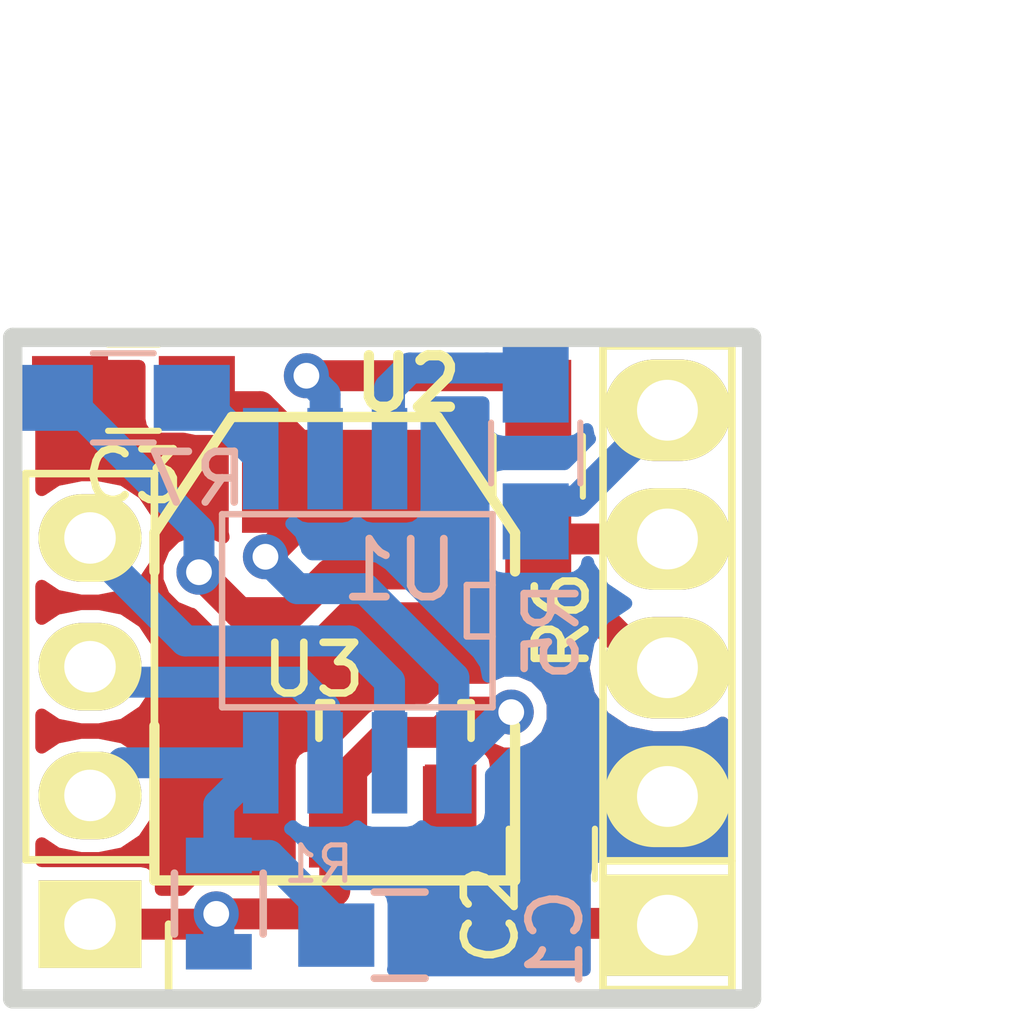
<source format=kicad_pcb>
(kicad_pcb (version 20200518) (host pcbnew "5.99.0-unknown-6083c08~88~ubuntu18.04.1")

  (general
    (thickness 1.6002)
    (drawings 6)
    (tracks 94)
    (modules 12)
    (nets 13)
  )

  (paper "A4")
  (title_block
    (date "2020-07-16")
  )

  (layers
    (0 "Front" signal)
    (31 "Back" signal)
    (32 "B.Adhes" user)
    (33 "F.Adhes" user)
    (34 "B.Paste" user)
    (35 "F.Paste" user)
    (36 "B.SilkS" user)
    (37 "F.SilkS" user)
    (38 "B.Mask" user)
    (39 "F.Mask" user)
    (40 "Dwgs.User" user)
    (44 "Edge.Cuts" user)
    (45 "Margin" user)
    (46 "B.CrtYd" user)
    (48 "B.Fab" user)
    (49 "F.Fab" user)
  )

  (setup
    (last_trace_width 0.6096)
    (trace_clearance 0.1)
    (zone_clearance 0.254)
    (zone_45_only yes)
    (trace_min 0.2032)
    (clearance_min 0)
    (via_min_annulus 0.05)
    (via_min_size 0.889)
    (through_hole_min 0.508)
    (hole_to_hole_min 0.25)
    (via_size 0.889)
    (via_drill 0.508)
    (uvia_size 0.508)
    (uvia_drill 0.127)
    (uvias_allowed no)
    (uvia_min_size 0.508)
    (uvia_min_drill 0.127)
    (max_error 0.005)
    (defaults
      (edge_clearance 0.01)
      (edge_cuts_line_width 0.381)
      (courtyard_line_width 0.05)
      (copper_line_width 0.1)
      (copper_text_dims (size 1.524 2.032) (thickness 0.3048))
      (silk_line_width 0.381)
      (silk_text_dims (size 1.524 1.524) (thickness 0.3048))
      (fab_layers_line_width 0.1)
      (fab_layers_text_dims (size 1 1) (thickness 0.15))
      (other_layers_line_width 0.1)
      (other_layers_text_dims (size 1 1) (thickness 0.15))
      (dimension_units 0)
      (dimension_precision 1)
    )
    (pad_size 1.016 2.032)
    (pad_drill 0)
    (pad_to_mask_clearance 0.254)
    (solder_mask_min_width 0.25)
    (aux_axis_origin 0 0)
    (visible_elements FFFFDFFF)
    (pcbplotparams
      (layerselection 0x01030_ffffffff)
      (usegerberextensions false)
      (usegerberattributes false)
      (usegerberadvancedattributes false)
      (creategerberjobfile false)
      (svguseinch false)
      (svgprecision 6)
      (excludeedgelayer false)
      (linewidth 0.050000)
      (plotframeref false)
      (viasonmask false)
      (mode 1)
      (useauxorigin false)
      (hpglpennumber 1)
      (hpglpenspeed 20)
      (hpglpendiameter 15.000000)
      (psnegative false)
      (psa4output false)
      (plotreference true)
      (plotvalue true)
      (plotinvisibletext false)
      (sketchpadsonfab false)
      (subtractmaskfromsilk false)
      (outputformat 5)
      (mirror false)
      (drillshape 0)
      (scaleselection 1)
      (outputdirectory "/home/nail/tmp/plot/")
    )
  )

  (net 0 "")
  (net 1 "+5V")
  (net 2 "GND")
  (net 3 "POWER_CTL")
  (net 4 "Net-(R7-Pad1)")
  (net 5 "DataOut")
  (net 6 "Net-(R5-Pad1)")
  (net 7 "Net-(R6-Pad1)")
  (net 8 "RESET")
  (net 9 "PJRC")
  (net 10 "ARCHOS")
  (net 11 "CLK-PRG_DATA")
  (net 12 "DataIn-PRG_CLK")

  (net_class "Default" "This is the default net class."
    (clearance 0.1)
    (trace_width 0.6096)
    (via_dia 0.889)
    (via_drill 0.508)
    (uvia_dia 0.508)
    (uvia_drill 0.127)
    (diff_pair_width 0.2032)
    (diff_pair_gap 0.25)
    (add_net "+5V")
    (add_net "ARCHOS")
    (add_net "CLK-PRG_DATA")
    (add_net "DataIn-PRG_CLK")
    (add_net "DataOut")
    (add_net "GND")
    (add_net "Net-(R5-Pad1)")
    (add_net "Net-(R6-Pad1)")
    (add_net "Net-(R7-Pad1)")
    (add_net "PJRC")
    (add_net "POWER_CTL")
    (add_net "RESET")
  )

  (net_class "GND" ""
    (clearance 0.1)
    (trace_width 1.39192)
    (via_dia 0.889)
    (via_drill 0.635)
    (uvia_dia 0.508)
    (uvia_drill 0.127)
    (diff_pair_width 0.2032)
    (diff_pair_gap 0.25)
  )

  (module "Capacitors_SMD:C_0805_HandSoldering" (layer "Front") (tedit 58BFC5CC) (tstamp 00000000-0000-0000-0000-000055c4c10c)
    (at 148.4 124.6 90)
    (descr "Capacitor SMD 0805, hand soldering")
    (tags "capacitor 0805")
    (path "/00000000-0000-0000-0000-000052d02f40")
    (attr smd)
    (fp_text reference "C2" (at -1.2 -1.2 90) (layer "F.SilkS")
      (effects (font (size 1 1) (thickness 0.15)))
    )
    (fp_text value "100n" (at 0 1.75 90) (layer "F.Fab")
      (effects (font (size 1 1) (thickness 0.15)))
    )
    (fp_line (start 2.25 0.87) (end -2.25 0.87) (layer "F.CrtYd") (width 0.05))
    (fp_line (start 2.25 0.87) (end 2.25 -0.88) (layer "F.CrtYd") (width 0.05))
    (fp_line (start -2.25 -0.88) (end -2.25 0.87) (layer "F.CrtYd") (width 0.05))
    (fp_line (start -2.25 -0.88) (end 2.25 -0.88) (layer "F.CrtYd") (width 0.05))
    (fp_line (start -0.5 0.85) (end 0.5 0.85) (layer "F.SilkS") (width 0.12))
    (fp_line (start 0.5 -0.85) (end -0.5 -0.85) (layer "F.SilkS") (width 0.12))
    (fp_line (start -1 -0.62) (end 1 -0.62) (layer "F.Fab") (width 0.1))
    (fp_line (start 1 -0.62) (end 1 0.62) (layer "F.Fab") (width 0.1))
    (fp_line (start 1 0.62) (end -1 0.62) (layer "F.Fab") (width 0.1))
    (fp_line (start -1 0.62) (end -1 -0.62) (layer "F.Fab") (width 0.1))
    (fp_text user "${REFERENCE}" (at 0 -1.75 90) (layer "F.Fab")
      (effects (font (size 1 1) (thickness 0.15)))
    )
    (pad "2" smd rect (at 1.25 0 90) (size 1.5 1.25) (layers "Front" "F.Paste" "F.Mask")
      (net 2 "GND") (tstamp 41481835-901c-4e0e-bc44-397ec04a598c))
    (pad "1" smd rect (at -1.25 0 90) (size 1.5 1.25) (layers "Front" "F.Paste" "F.Mask")
      (net 3 "POWER_CTL") (tstamp 41f4ca68-5587-482c-84d5-dc7842659846))
    (model "Capacitors_SMD.3dshapes/C_0805.wrl"
      (at (xyz 0 0 0))
      (scale (xyz 1 1 1))
      (rotate (xyz 0 0 0))
    )
  )

  (module "Capacitors_SMD:C_0805_HandSoldering" (layer "Front") (tedit 58AA84A8) (tstamp 00000000-0000-0000-0000-000055c4c250)
    (at 140.15 115.4 180)
    (descr "Capacitor SMD 0805, hand soldering")
    (tags "capacitor 0805")
    (path "/00000000-0000-0000-0000-000052e79abe")
    (attr smd)
    (fp_text reference "C3" (at 0 -1.75 180) (layer "F.SilkS")
      (effects (font (size 1 1) (thickness 0.15)))
    )
    (fp_text value "100n" (at 0 1.75 180) (layer "F.Fab")
      (effects (font (size 1 1) (thickness 0.15)))
    )
    (fp_text user "${REFERENCE}" (at 0 -1.75 180) (layer "F.Fab")
      (effects (font (size 1 1) (thickness 0.15)))
    )
    (fp_line (start -1 0.62) (end -1 -0.62) (layer "F.Fab") (width 0.1))
    (fp_line (start 1 0.62) (end -1 0.62) (layer "F.Fab") (width 0.1))
    (fp_line (start 1 -0.62) (end 1 0.62) (layer "F.Fab") (width 0.1))
    (fp_line (start -1 -0.62) (end 1 -0.62) (layer "F.Fab") (width 0.1))
    (fp_line (start 0.5 -0.85) (end -0.5 -0.85) (layer "F.SilkS") (width 0.12))
    (fp_line (start -0.5 0.85) (end 0.5 0.85) (layer "F.SilkS") (width 0.12))
    (fp_line (start -2.25 -0.88) (end 2.25 -0.88) (layer "F.CrtYd") (width 0.05))
    (fp_line (start -2.25 -0.88) (end -2.25 0.87) (layer "F.CrtYd") (width 0.05))
    (fp_line (start 2.25 0.87) (end 2.25 -0.88) (layer "F.CrtYd") (width 0.05))
    (fp_line (start 2.25 0.87) (end -2.25 0.87) (layer "F.CrtYd") (width 0.05))
    (pad "1" smd rect (at -1.25 0 180) (size 1.5 1.25) (layers "Front" "F.Paste" "F.Mask")
      (net 1 "+5V") (tstamp 66217f7d-96ec-465e-875b-f835e5e8ba4e))
    (pad "2" smd rect (at 1.25 0 180) (size 1.5 1.25) (layers "Front" "F.Paste" "F.Mask")
      (net 2 "GND") (tstamp a998ac1d-ec9e-4ad7-8861-3bc6a13399b5))
    (model "Capacitors_SMD.3dshapes/C_0805.wrl"
      (at (xyz 0 0 0))
      (scale (xyz 1 1 1))
      (rotate (xyz 0 0 0))
    )
  )

  (module "Resistors_SMD:R_0805_HandSoldering" (layer "Back") (tedit 58BFC5EA) (tstamp 00000000-0000-0000-0000-000055c4c12e)
    (at 148.082 116.6876 -90)
    (descr "Resistor SMD 0805, hand soldering")
    (tags "resistor 0805")
    (path "/00000000-0000-0000-0000-000052d02ac2")
    (attr smd)
    (fp_text reference "R5" (at 3.5124 -0.318 -90) (layer "B.SilkS")
      (effects (font (size 1 1) (thickness 0.15)) (justify mirror))
    )
    (fp_text value "3k3" (at 0 -1.75 -90) (layer "B.Fab")
      (effects (font (size 1 1) (thickness 0.15)) (justify mirror))
    )
    (fp_text user "${REFERENCE}" (at 0 1.7 -90) (layer "B.Fab")
      (effects (font (size 1 1) (thickness 0.15)) (justify mirror))
    )
    (fp_line (start -1 -0.62) (end -1 0.62) (layer "B.Fab") (width 0.1))
    (fp_line (start 1 -0.62) (end -1 -0.62) (layer "B.Fab") (width 0.1))
    (fp_line (start 1 0.62) (end 1 -0.62) (layer "B.Fab") (width 0.1))
    (fp_line (start -1 0.62) (end 1 0.62) (layer "B.Fab") (width 0.1))
    (fp_line (start 0.6 -0.88) (end -0.6 -0.88) (layer "B.SilkS") (width 0.12))
    (fp_line (start -0.6 0.88) (end 0.6 0.88) (layer "B.SilkS") (width 0.12))
    (fp_line (start -2.35 0.9) (end 2.35 0.9) (layer "B.CrtYd") (width 0.05))
    (fp_line (start -2.35 0.9) (end -2.35 -0.9) (layer "B.CrtYd") (width 0.05))
    (fp_line (start 2.35 -0.9) (end 2.35 0.9) (layer "B.CrtYd") (width 0.05))
    (fp_line (start 2.35 -0.9) (end -2.35 -0.9) (layer "B.CrtYd") (width 0.05))
    (pad "1" smd rect (at -1.35 0 270) (size 1.5 1.3) (layers "Back" "B.Paste" "B.Mask")
      (net 6 "Net-(R5-Pad1)") (tstamp 5dcc31a2-4695-42c7-b456-077a4e3bb2f7))
    (pad "2" smd rect (at 1.35 0 270) (size 1.5 1.3) (layers "Back" "B.Paste" "B.Mask")
      (net 11 "CLK-PRG_DATA") (tstamp 3dc69258-cb41-40b6-afa1-5b312c594e03))
    (model "Resistors_SMD.3dshapes/R_0805.wrl"
      (at (xyz 0 0 0))
      (scale (xyz 1 1 1))
      (rotate (xyz 0 0 0))
    )
  )

  (module "Resistors_SMD:R_0805_HandSoldering" (layer "Front") (tedit 58BFC5E7) (tstamp 00000000-0000-0000-0000-000055c4c145)
    (at 148.1328 116.95 -90)
    (descr "Resistor SMD 0805, hand soldering")
    (tags "resistor 0805")
    (path "/00000000-0000-0000-0000-000052d02abb")
    (attr smd)
    (fp_text reference "R6" (at 3.05 -0.4672 -90) (layer "F.SilkS")
      (effects (font (size 1 1) (thickness 0.15)))
    )
    (fp_text value "3k3" (at 0 1.75 -90) (layer "F.Fab")
      (effects (font (size 1 1) (thickness 0.15)))
    )
    (fp_line (start 2.35 0.9) (end -2.35 0.9) (layer "F.CrtYd") (width 0.05))
    (fp_line (start 2.35 0.9) (end 2.35 -0.9) (layer "F.CrtYd") (width 0.05))
    (fp_line (start -2.35 -0.9) (end -2.35 0.9) (layer "F.CrtYd") (width 0.05))
    (fp_line (start -2.35 -0.9) (end 2.35 -0.9) (layer "F.CrtYd") (width 0.05))
    (fp_line (start -0.6 -0.88) (end 0.6 -0.88) (layer "F.SilkS") (width 0.12))
    (fp_line (start 0.6 0.88) (end -0.6 0.88) (layer "F.SilkS") (width 0.12))
    (fp_line (start -1 -0.62) (end 1 -0.62) (layer "F.Fab") (width 0.1))
    (fp_line (start 1 -0.62) (end 1 0.62) (layer "F.Fab") (width 0.1))
    (fp_line (start 1 0.62) (end -1 0.62) (layer "F.Fab") (width 0.1))
    (fp_line (start -1 0.62) (end -1 -0.62) (layer "F.Fab") (width 0.1))
    (fp_text user "${REFERENCE}" (at 3.05 -0.6672 -90) (layer "F.Fab")
      (effects (font (size 1 1) (thickness 0.15)))
    )
    (pad "2" smd rect (at 1.35 0 270) (size 1.5 1.3) (layers "Front" "F.Paste" "F.Mask")
      (net 12 "DataIn-PRG_CLK") (tstamp 691330f8-7c3d-4ae8-bb1c-578bce502fc8))
    (pad "1" smd rect (at -1.35 0 270) (size 1.5 1.3) (layers "Front" "F.Paste" "F.Mask")
      (net 7 "Net-(R6-Pad1)") (tstamp 50d298cc-10c1-47a6-9431-daf1a4be0e2d))
    (model "Resistors_SMD.3dshapes/R_0805.wrl"
      (at (xyz 0 0 0))
      (scale (xyz 1 1 1))
      (rotate (xyz 0 0 0))
    )
  )

  (module "Resistors_SMD:R_0805_HandSoldering" (layer "Back") (tedit 58BFC652) (tstamp 00000000-0000-0000-0000-000055c4c150)
    (at 139.95 115.6 180)
    (descr "Resistor SMD 0805, hand soldering")
    (tags "resistor 0805")
    (path "/00000000-0000-0000-0000-000052d02b05")
    (attr smd)
    (fp_text reference "R7" (at -1.45 -1.6 180) (layer "B.SilkS")
      (effects (font (size 1 1) (thickness 0.15)) (justify mirror))
    )
    (fp_text value "3k3" (at 0 -1.75 180) (layer "B.Fab")
      (effects (font (size 1 1) (thickness 0.15)) (justify mirror))
    )
    (fp_line (start 2.35 -0.9) (end -2.35 -0.9) (layer "B.CrtYd") (width 0.05))
    (fp_line (start 2.35 -0.9) (end 2.35 0.9) (layer "B.CrtYd") (width 0.05))
    (fp_line (start -2.35 0.9) (end -2.35 -0.9) (layer "B.CrtYd") (width 0.05))
    (fp_line (start -2.35 0.9) (end 2.35 0.9) (layer "B.CrtYd") (width 0.05))
    (fp_line (start -0.6 0.88) (end 0.6 0.88) (layer "B.SilkS") (width 0.12))
    (fp_line (start 0.6 -0.88) (end -0.6 -0.88) (layer "B.SilkS") (width 0.12))
    (fp_line (start -1 0.62) (end 1 0.62) (layer "B.Fab") (width 0.1))
    (fp_line (start 1 0.62) (end 1 -0.62) (layer "B.Fab") (width 0.1))
    (fp_line (start 1 -0.62) (end -1 -0.62) (layer "B.Fab") (width 0.1))
    (fp_line (start -1 -0.62) (end -1 0.62) (layer "B.Fab") (width 0.1))
    (fp_text user "${REFERENCE}" (at -1.45 -1.4 180) (layer "B.Fab")
      (effects (font (size 1 1) (thickness 0.15)) (justify mirror))
    )
    (pad "2" smd rect (at 1.35 0 180) (size 1.5 1.3) (layers "Back" "B.Paste" "B.Mask")
      (net 5 "DataOut") (tstamp a242f634-03a3-4a41-9fd7-b205d73b1a15))
    (pad "1" smd rect (at -1.35 0 180) (size 1.5 1.3) (layers "Back" "B.Paste" "B.Mask")
      (net 4 "Net-(R7-Pad1)") (tstamp c88143a6-d922-4230-9ce9-e8369a07316d))
    (model "Resistors_SMD.3dshapes/R_0805.wrl"
      (at (xyz 0 0 0))
      (scale (xyz 1 1 1))
      (rotate (xyz 0 0 0))
    )
  )

  (module "Pin_Headers:Pin_Header_Straight_1x05" (layer "Front") (tedit 58BFC58C) (tstamp 00000000-0000-0000-0000-0000546ccfad)
    (at 150.68042 120.92432 90)
    (descr "Through hole pin header")
    (tags "pin header")
    (path "/00000000-0000-0000-0000-0000542d55a4")
    (fp_text reference "RADIO" (at 0 -2.286 90) (layer "F.SilkS") hide
      (effects (font (size 1.27 1.27) (thickness 0.2032)))
    )
    (fp_text value "CONN_01X05" (at 0 0 90) (layer "F.SilkS") hide
      (effects (font (size 1.27 1.27) (thickness 0.2032)))
    )
    (fp_line (start -6.35 1.27) (end -3.81 1.27) (layer "F.SilkS") (width 0.15))
    (fp_line (start -6.35 -1.27) (end -6.35 1.27) (layer "F.SilkS") (width 0.15))
    (fp_line (start -3.81 -1.27) (end -3.81 1.27) (layer "F.SilkS") (width 0.15))
    (fp_line (start -6.35 -1.27) (end -3.81 -1.27) (layer "F.SilkS") (width 0.15))
    (fp_line (start 6.35 1.27) (end -3.81 1.27) (layer "F.SilkS") (width 0.15))
    (fp_line (start 6.35 -1.27) (end 6.35 1.27) (layer "F.SilkS") (width 0.15))
    (fp_line (start -3.81 -1.27) (end 6.35 -1.27) (layer "F.SilkS") (width 0.15))
    (pad "5" thru_hole oval (at 5.08 0 90) (size 2 2.5) (drill 1.2) (layers *.Cu *.Mask "F.SilkS")
      (net 11 "CLK-PRG_DATA") (tstamp 348982cb-090a-4579-823f-65cd66c882a0))
    (pad "4" thru_hole oval (at 2.54 0 90) (size 2 2.5) (drill 1.2) (layers *.Cu *.Mask "F.SilkS")
      (net 12 "DataIn-PRG_CLK") (tstamp e9f62193-ee22-4641-a840-a3476e211a9f))
    (pad "3" thru_hole oval (at 0 0 90) (size 2 2.5) (drill 1.2) (layers *.Cu *.Mask "F.SilkS")
      (net 5 "DataOut") (tstamp 7735af8f-c23b-42ea-b26b-8eff9ee50eab))
    (pad "2" thru_hole oval (at -2.54 0 90) (size 2 2.5) (drill 1.2) (layers *.Cu *.Mask "F.SilkS")
      (net 2 "GND") (tstamp dd6d8b27-24d8-4f10-bccd-b122183cc5d1))
    (pad "1" thru_hole rect (at -5.08 0 90) (size 2 2.5) (drill 1.2) (layers *.Cu *.Mask "F.SilkS")
      (net 3 "POWER_CTL") (tstamp 5b0fcf45-f447-40bc-b67d-29170dd10437))
    (model "Pin_Headers.3dshapes/Pin_Header_Straight_1x05.wrl"
      (at (xyz 0 0 0))
      (scale (xyz 1 1 1))
      (rotate (xyz 0 0 0))
    )
  )

  (module "my_modules:SOIC-8-W_long_pads" (layer "Back") (tedit 58BFC585) (tstamp 00000000-0000-0000-0000-0000546ccf7e)
    (at 144.565 119.8 180)
    (descr "module SMD SOIC SOJ 8 pins etroit")
    (tags "CMS SOJ")
    (path "/00000000-0000-0000-0000-000052d02953")
    (attr smd)
    (fp_text reference "U1" (at -0.835 0.8 180) (layer "B.SilkS")
      (effects (font (size 1.143 1.143) (thickness 0.1524)) (justify mirror))
    )
    (fp_text value "PIC12F629" (at 0 -1.016 180) (layer "B.SilkS") hide
      (effects (font (size 0.889 0.889) (thickness 0.1524)) (justify mirror))
    )
    (fp_line (start -2.667 -1.778) (end -2.667 -1.905) (layer "B.SilkS") (width 0.127))
    (fp_line (start -2.667 -1.905) (end 2.667 -1.905) (layer "B.SilkS") (width 0.127))
    (fp_line (start 2.667 1.905) (end -2.667 1.905) (layer "B.SilkS") (width 0.127))
    (fp_line (start -2.667 1.905) (end -2.667 -1.778) (layer "B.SilkS") (width 0.127))
    (fp_line (start -2.667 0.508) (end -2.159 0.508) (layer "B.SilkS") (width 0.127))
    (fp_line (start -2.159 0.508) (end -2.159 -0.508) (layer "B.SilkS") (width 0.127))
    (fp_line (start -2.159 -0.508) (end -2.667 -0.508) (layer "B.SilkS") (width 0.127))
    (fp_line (start 2.667 1.905) (end 2.667 -1.905) (layer "B.SilkS") (width 0.127))
    (pad "8" smd rect (at -1.905 3 180) (size 0.7 2) (layers "Back" "B.Paste" "B.Mask")
      (net 2 "GND") (tstamp bafae92d-3b37-49aa-9611-f237e6dc45af))
    (pad "1" smd rect (at -1.905 -3 180) (size 0.7 2) (layers "Back" "B.Paste" "B.Mask")
      (net 1 "+5V") (tstamp a50f8c70-844f-479e-8aed-912dca60033c))
    (pad "7" smd rect (at -0.635 3 180) (size 0.7 2) (layers "Back" "B.Paste" "B.Mask")
      (net 6 "Net-(R5-Pad1)") (tstamp eda8f078-2975-404f-9d1f-b2b084ddf8d4))
    (pad "6" smd rect (at 0.635 3 180) (size 0.7 2) (layers "Back" "B.Paste" "B.Mask")
      (net 7 "Net-(R6-Pad1)") (tstamp 0819e5ff-9a32-4b41-8aeb-49bd045ca45c))
    (pad "5" smd rect (at 1.905 3 180) (size 0.7 2) (layers "Back" "B.Paste" "B.Mask")
      (net 4 "Net-(R7-Pad1)") (tstamp 7f958878-1080-4105-9060-0b246b6acaf8))
    (pad "2" smd rect (at -0.635 -3 180) (size 0.7 2) (layers "Back" "B.Paste" "B.Mask")
      (net 10 "ARCHOS") (tstamp 4e0667e7-e611-4a28-b30c-910cc57f93cc))
    (pad "3" smd rect (at 0.635 -3 180) (size 0.7 2) (layers "Back" "B.Paste" "B.Mask")
      (net 9 "PJRC") (tstamp be454da3-0aba-4127-ac58-f74b28c99a45))
    (pad "4" smd rect (at 1.905 -3 180) (size 0.7 2) (layers "Back" "B.Paste" "B.Mask")
      (net 8 "RESET") (tstamp 2bd68d00-5f37-4a69-a6a5-99266c9728b4))
    (model "Housings_SOIC.3dshapes/SOIJ-8_5.3x5.3mm_Pitch1.27mm.wrl"
      (at (xyz 0 0 0))
      (scale (xyz 1 1 1))
      (rotate (xyz 0 0 90))
    )
  )

  (module "Pin_Headers:Pin_Header_Straight_1x04" (layer "Front") (tedit 56E2A8D4) (tstamp 00000000-0000-0000-0000-0000559fd40a)
    (at 139.2936 125.984 180)
    (descr "Through hole pin header")
    (tags "pin header")
    (path "/00000000-0000-0000-0000-0000542d83a2")
    (fp_text reference "ICSP_UART1" (at -1.8288 5.0546 90) (layer "F.SilkS") hide
      (effects (font (size 0.7 0.7) (thickness 0.1)))
    )
    (fp_text value "CONN_01X04" (at 0 -3.1 180) (layer "F.Fab") hide
      (effects (font (size 1 1) (thickness 0.15)))
    )
    (fp_line (start -1.55 -1.55) (end 1.55 -1.55) (layer "F.SilkS") (width 0.15))
    (fp_line (start -1.55 0) (end -1.55 -1.55) (layer "F.SilkS") (width 0.15))
    (fp_line (start 1.27 1.27) (end -1.27 1.27) (layer "F.SilkS") (width 0.15))
    (fp_line (start -1.27 8.89) (end 1.27 8.89) (layer "F.SilkS") (width 0.15))
    (fp_line (start 1.55 -1.55) (end 1.55 0) (layer "F.SilkS") (width 0.15))
    (fp_line (start 1.27 1.27) (end 1.27 8.89) (layer "F.SilkS") (width 0.15))
    (fp_line (start -1.27 1.27) (end -1.27 8.89) (layer "F.SilkS") (width 0.15))
    (fp_line (start -1.75 9.4) (end 1.75 9.4) (layer "F.CrtYd") (width 0.05))
    (fp_line (start -1.75 -1.75) (end 1.75 -1.75) (layer "F.CrtYd") (width 0.05))
    (fp_line (start 1.75 -1.75) (end 1.75 9.4) (layer "F.CrtYd") (width 0.05))
    (fp_line (start -1.75 -1.75) (end -1.75 9.4) (layer "F.CrtYd") (width 0.05))
    (pad "4" thru_hole oval (at 0 7.62 180) (size 2.032 1.7272) (drill 1.016) (layers *.Cu *.Mask "F.SilkS")
      (net 10 "ARCHOS") (tstamp ce1379c3-0809-4d42-a7d7-39bfb0664fb6))
    (pad "3" thru_hole oval (at 0 5.08 180) (size 2.032 1.7272) (drill 1.016) (layers *.Cu *.Mask "F.SilkS")
      (net 9 "PJRC") (tstamp 9bb9e3f4-687a-44d8-afa1-4014069cc783))
    (pad "2" thru_hole oval (at 0 2.54 180) (size 2.032 1.7272) (drill 1.016) (layers *.Cu *.Mask "F.SilkS")
      (net 8 "RESET") (tstamp f55645f7-af19-4679-8c51-b432933b0f9c))
    (pad "1" thru_hole rect (at 0 0 180) (size 2.032 1.7272) (drill 1.016) (layers *.Cu *.Mask "F.SilkS")
      (net 1 "+5V") (tstamp 00dd5465-afdb-413e-bd24-215ac3ea91fb))
  )

  (module "Resistors_SMD:R_0805" (layer "Back") (tedit 58BFC5F9) (tstamp 00000000-0000-0000-0000-000055c4c117)
    (at 141.8336 125.5776 -90)
    (descr "Resistor SMD 0805, reflow soldering, Vishay (see dcrcw.pdf)")
    (tags "resistor 0805")
    (path "/00000000-0000-0000-0000-000052d03054")
    (attr smd)
    (fp_text reference "R1" (at -0.7776 -1.9664 180) (layer "B.SilkS")
      (effects (font (size 0.7 0.7) (thickness 0.1)) (justify mirror))
    )
    (fp_text value "10k" (at 0 -2.1 -90) (layer "B.Fab") hide
      (effects (font (size 1 1) (thickness 0.15)) (justify mirror))
    )
    (fp_line (start -1.6 1) (end 1.6 1) (layer "B.CrtYd") (width 0.05))
    (fp_line (start -1.6 -1) (end 1.6 -1) (layer "B.CrtYd") (width 0.05))
    (fp_line (start -1.6 1) (end -1.6 -1) (layer "B.CrtYd") (width 0.05))
    (fp_line (start 1.6 1) (end 1.6 -1) (layer "B.CrtYd") (width 0.05))
    (fp_line (start 0.6 -0.875) (end -0.6 -0.875) (layer "B.SilkS") (width 0.15))
    (fp_line (start -0.6 0.875) (end 0.6 0.875) (layer "B.SilkS") (width 0.15))
    (pad "1" smd rect (at -0.95 0 270) (size 0.7 1.3) (layers "Back" "B.Paste" "B.Mask")
      (net 8 "RESET") (tstamp c477fd6a-f281-4b8c-b6a1-8bbc6ac22e08))
    (pad "2" smd rect (at 0.95 0 270) (size 0.7 1.3) (layers "Back" "B.Paste" "B.Mask")
      (net 1 "+5V") (tstamp 8a2c08e9-a5a8-41f3-a550-4cf86943e900))
    (model "Resistors_SMD.3dshapes/R_0805.wrl"
      (at (xyz 0 0 0))
      (scale (xyz 1 1 1))
      (rotate (xyz 0 0 0))
    )
  )

  (module "my_modules:SOT-223-REGULATOR" (layer "Front") (tedit 56E2A8FC) (tstamp 00000000-0000-0000-0000-000055c4c8be)
    (at 144.1196 120.5484)
    (descr "module CMS SOT223 4 pins")
    (tags "CMS SOT")
    (path "/00000000-0000-0000-0000-0000546c9d74")
    (attr smd)
    (fp_text reference "U2" (at 1.4478 -5.2324) (layer "F.SilkS")
      (effects (font (size 1.016 1.016) (thickness 0.2032)))
    )
    (fp_text value "LM78L05ACZ" (at 0 0.762) (layer "F.SilkS") hide
      (effects (font (size 1.016 1.016) (thickness 0.2032)))
    )
    (fp_line (start 3.556 -2.286) (end 3.556 -1.524) (layer "F.SilkS") (width 0.2032))
    (fp_line (start 2.032 -4.572) (end 3.556 -2.286) (layer "F.SilkS") (width 0.2032))
    (fp_line (start -2.032 -4.572) (end 2.032 -4.572) (layer "F.SilkS") (width 0.2032))
    (fp_line (start -3.556 -2.286) (end -2.032 -4.572) (layer "F.SilkS") (width 0.2032))
    (fp_line (start -3.556 -1.524) (end -3.556 -2.286) (layer "F.SilkS") (width 0.2032))
    (fp_line (start 3.556 4.572) (end 3.556 1.524) (layer "F.SilkS") (width 0.2032))
    (fp_line (start -3.556 4.572) (end 3.556 4.572) (layer "F.SilkS") (width 0.2032))
    (fp_line (start -3.556 1.524) (end -3.556 4.572) (layer "F.SilkS") (width 0.2032))
    (pad "GND" smd rect (at -2.286 3.302) (size 1.016 2.032) (layers "Front" "F.Paste" "F.Mask")
      (net 2 "GND") (tstamp 04e01824-9c3f-4a02-97c3-d3edc38282a7))
    (pad "VI" smd rect (at 2.286 3.302) (size 1.016 2.032) (layers "Front" "F.Paste" "F.Mask")
      (net 3 "POWER_CTL") (tstamp e2f152d4-88f3-4ab2-a59c-ced7ca6980c2))
    (pad "VO" smd rect (at 0 3.302) (size 1.016 2.032) (layers "Front" "F.Paste" "F.Mask")
      (net 1 "+5V") (tstamp ade25858-3b3f-469a-8821-5547a81da2fa))
    (pad "VO" smd rect (at 0 -3.302) (size 3.6576 2.032) (layers "Front" "F.Paste" "F.Mask")
      (net 1 "+5V") (tstamp a53df65e-b136-4c39-8ad6-73039789f199))
    (model "/home/nail/src/kicad/KiCad/3d_models/ab2_sot/AB2_SOT223.wrl"
      (at (xyz 0 0 0))
      (scale (xyz 0 0 0))
      (rotate (xyz 0 0 0))
    )
  )

  (module "Capacitors_SMD:C_0805_HandSoldering" (layer "Back") (tedit 56E2A936) (tstamp 00000000-0000-0000-0000-000056407b18)
    (at 145.4 126.2)
    (descr "Capacitor SMD 0805, hand soldering")
    (tags "capacitor 0805")
    (path "/00000000-0000-0000-0000-000055c4b796")
    (attr smd)
    (fp_text reference "C1" (at 3.0734 0.0762 90) (layer "B.SilkS")
      (effects (font (size 1 1) (thickness 0.15)) (justify mirror))
    )
    (fp_text value "1uF/16V" (at 0 -2.1) (layer "B.Fab")
      (effects (font (size 1 1) (thickness 0.15)) (justify mirror))
    )
    (fp_line (start -2.3 1) (end 2.3 1) (layer "B.CrtYd") (width 0.05))
    (fp_line (start -2.3 -1) (end 2.3 -1) (layer "B.CrtYd") (width 0.05))
    (fp_line (start -2.3 1) (end -2.3 -1) (layer "B.CrtYd") (width 0.05))
    (fp_line (start 2.3 1) (end 2.3 -1) (layer "B.CrtYd") (width 0.05))
    (fp_line (start 0.5 0.85) (end -0.5 0.85) (layer "B.SilkS") (width 0.15))
    (fp_line (start -0.5 -0.85) (end 0.5 -0.85) (layer "B.SilkS") (width 0.15))
    (pad "1" smd rect (at -1.25 0) (size 1.5 1.25) (layers "Back" "B.Paste" "B.Mask")
      (net 8 "RESET") (tstamp a9a6e01f-1d4a-49e9-bba5-1984e7299e09))
    (pad "2" smd rect (at 1.25 0) (size 1.5 1.25) (layers "Back" "B.Paste" "B.Mask")
      (net 2 "GND") (tstamp 211e6e6a-fa43-421f-bb7f-70f04d5a1cad))
    (model "Capacitors_SMD.3dshapes/C_0805_HandSoldering.wrl"
      (at (xyz 0 0 0))
      (scale (xyz 1 1 1))
      (rotate (xyz 0 0 0))
    )
  )

  (module "TO_SOT_Packages_SMD:SOT-23_Handsoldering" (layer "Front") (tedit 56E2A8E6) (tstamp 00000000-0000-0000-0000-000056c455f9)
    (at 145.30832 122.26544)
    (descr "SOT-23, Handsoldering")
    (tags "SOT-23")
    (path "/00000000-0000-0000-0000-0000561664c4")
    (attr smd)
    (fp_text reference "U3" (at -1.60782 -1.29794) (layer "F.SilkS")
      (effects (font (size 1 1) (thickness 0.15)))
    )
    (fp_text value "MC78L05ACH" (at 0 3.81) (layer "F.Fab")
      (effects (font (size 1 1) (thickness 0.15)))
    )
    (fp_line (start 1.49982 -0.65024) (end 1.49982 0.0508) (layer "F.SilkS") (width 0.15))
    (fp_line (start 1.29916 -0.65024) (end 1.49982 -0.65024) (layer "F.SilkS") (width 0.15))
    (fp_line (start -1.49982 -0.65024) (end -1.2509 -0.65024) (layer "F.SilkS") (width 0.15))
    (fp_line (start -1.49982 0.0508) (end -1.49982 -0.65024) (layer "F.SilkS") (width 0.15))
    (pad "3" smd rect (at 0 -1.50114) (size 0.8001 1.80086) (layers "Front" "F.Paste" "F.Mask")
      (net 2 "GND") (tstamp 9ba161d0-e587-4928-af3f-d1003ad7fb31))
    (pad "2" smd rect (at 0.95 1.50114) (size 0.8001 1.80086) (layers "Front" "F.Paste" "F.Mask")
      (net 3 "POWER_CTL") (tstamp ae34b9b4-ac9a-4de1-82f2-b8994524c81e))
    (pad "1" smd rect (at -0.95 1.50114) (size 0.8001 1.80086) (layers "Front" "F.Paste" "F.Mask")
      (net 1 "+5V") (tstamp 7f1db708-5352-4a81-9b28-1f4a24c95887))
    (model "TO_SOT_Packages_SMD.3dshapes/SOT-23_Handsoldering.wrl"
      (at (xyz 0 0 0))
      (scale (xyz 1 1 1))
      (rotate (xyz 0 0 0))
    )
  )

  (dimension 13.0556 (width 0.3048) (layer "Dwgs.User") (tstamp 337b0cd5-181f-44f1-be31-e9d95def7371)
    (gr_text "13.056 mm" (at 155.7528 120.9294 270) (layer "Dwgs.User") (tstamp 337b0cd5-181f-44f1-be31-e9d95def7371)
      (effects (font (size 2.032 1.524) (thickness 0.3048)))
    )
    (feature1 (pts (xy 152.3492 127.4572) (xy 157.3784 127.4572)))
    (feature2 (pts (xy 152.3492 114.4016) (xy 157.3784 114.4016)))
    (crossbar (pts (xy 154.1272 114.4016) (xy 154.1272 127.4572)))
    (arrow1a (pts (xy 154.1272 127.4572) (xy 153.540779 126.330696)))
    (arrow1b (pts (xy 154.1272 127.4572) (xy 154.713621 126.330696)))
    (arrow2a (pts (xy 154.1272 114.4016) (xy 153.540779 115.528104)))
    (arrow2b (pts (xy 154.1272 114.4016) (xy 154.713621 115.528104)))
  )
  (dimension 14.5796 (width 0.3048) (layer "Dwgs.User") (tstamp af2f3e64-e9f7-4179-8fd3-0760e627b3d2)
    (gr_text "14.580 mm" (at 145.0594 110.1852) (layer "Dwgs.User") (tstamp af2f3e64-e9f7-4179-8fd3-0760e627b3d2)
      (effects (font (size 2.032 1.524) (thickness 0.3048)))
    )
    (feature1 (pts (xy 152.3492 114.4016) (xy 152.3492 108.5596)))
    (feature2 (pts (xy 137.7696 114.4016) (xy 137.7696 108.5596)))
    (crossbar (pts (xy 137.7696 111.8108) (xy 152.3492 111.8108)))
    (arrow1a (pts (xy 152.3492 111.8108) (xy 151.222696 112.397221)))
    (arrow1b (pts (xy 152.3492 111.8108) (xy 151.222696 111.224379)))
    (arrow2a (pts (xy 137.7696 111.8108) (xy 138.896104 112.397221)))
    (arrow2b (pts (xy 137.7696 111.8108) (xy 138.896104 111.224379)))
  )
  (gr_line (start 152.33904 127.4572) (end 137.7696 127.4572) (angle 90) (layer "Edge.Cuts") (width 0.381) (tstamp 3c56de74-a231-4e18-aee4-9098d28d6123))
  (gr_line (start 152.33904 114.40668) (end 152.33904 127.4572) (angle 90) (layer "Edge.Cuts") (width 0.381) (tstamp 7c1a4b73-5da9-47a4-815a-1df07829d4f8))
  (gr_line (start 137.7696 114.40668) (end 152.33904 114.40668) (angle 90) (layer "Edge.Cuts") (width 0.381) (tstamp 84106ae9-5d71-4f4b-b91e-64376099fd7e))
  (gr_line (start 137.7696 127.4572) (end 137.7696 114.40668) (angle 90) (layer "Edge.Cuts") (width 0.381) (tstamp 6339a938-adbb-4f6c-917f-d4500b452ac2))

  (segment (start 147.6 121.8) (end 147.47 121.8) (width 0.6096) (layer "Back") (net 1) (tstamp fa0d0b17-dc82-4a49-8aa0-8a5c01818d73))
  (segment (start 147.47 121.8) (end 146.47 122.8) (width 0.6096) (layer "Back") (net 1) (tstamp cc126f40-7cfd-41cf-aa3b-d3034e1637aa))
  (segment (start 146.2 122.2) (end 146.6 121.8) (width 0.6096) (layer "Front") (net 1) (tstamp 05266e67-780c-40b3-9a6c-51006dadc26a))
  (segment (start 146.6 121.8) (end 147.6 121.8) (width 0.6096) (layer "Front") (net 1) (tstamp de3800cf-26a1-4015-bf93-c39144c7887d))
  (via (at 147.6 121.8) (size 0.889) (drill 0.508) (layers "Front" "Back") (net 1) (tstamp a0e2ace0-76c4-4c42-8e31-9d8159aee368))
  (segment (start 145.2 122.2) (end 146.2 122.2) (width 0.6096) (layer "Front") (net 1) (tstamp 58b05779-9562-4824-8283-2e900f6af413))
  (segment (start 144.35832 123.04168) (end 145.2 122.2) (width 0.6096) (layer "Front") (net 1) (tstamp 2b43e7bc-f149-42f7-864b-d912b36aa71f))
  (segment (start 144.35832 123.76658) (end 144.35832 123.04168) (width 0.6096) (layer "Front") (net 1) (tstamp 2f407d95-9126-4663-bb9f-0ce77000f9d0))
  (segment (start 144.35832 123.76658) (end 144.35832 123.24168) (width 0.6096) (layer "Front") (net 1) (tstamp 195b2725-90dd-4bd5-9be1-99e4708d5498))
  (segment (start 146.47 122.8) (end 146.47 121.1208) (width 0.6096) (layer "Back") (net 1) (tstamp 56cd0fab-9c57-48bb-b0f7-292edcb55333))
  (segment (start 146.47 121.1208) (end 144.71396 119.36476) (width 0.6096) (layer "Back") (net 1) (tstamp 75f62f19-f4a0-4390-8cd9-1673dadb649e))
  (segment (start 144.1196 117.2464) (end 144.1196 117.36832) (width 0.6096) (layer "Front") (net 1) (tstamp a85109a4-bfee-47f7-99c3-571e3c917226))
  (segment (start 144.1196 117.36832) (end 142.75308 118.73484) (width 0.6096) (layer "Front") (net 1) (tstamp 00000000-0000-0000-0000-000056c4569d))
  (segment (start 143.383 119.36476) (end 144.71396 119.36476) (width 0.6096) (layer "Back") (net 1) (tstamp 00000000-0000-0000-0000-000056c456a0))
  (segment (start 142.75308 118.73484) (end 143.383 119.36476) (width 0.6096) (layer "Back") (net 1) (tstamp 00000000-0000-0000-0000-000056c4569f))
  (via (at 142.75308 118.73484) (size 0.889) (drill 0.508) (layers "Front" "Back") (net 1) (tstamp d7e43000-f1ca-47c8-b6f7-582bd0d3653b))
  (segment (start 141.3604 115.7732) (end 142.6464 115.7732) (width 0.6096) (layer "Front") (net 1) (tstamp e40ebe25-393e-4855-8c39-3fcddd7d9018))
  (segment (start 142.6464 115.7732) (end 144.1196 117.2464) (width 0.6096) (layer "Front") (net 1) (tstamp 00000000-0000-0000-0000-000055dc87b0))
  (segment (start 144.1196 123.2916) (end 144.1196 123.8504) (width 0.6096) (layer "Front") (net 1) (tstamp 00000000-0000-0000-0000-000055dc8734))
  (segment (start 144.1196 117.602) (end 144.1196 117.2464) (width 0.6096) (layer "Front") (net 1) (tstamp 00000000-0000-0000-0000-000055dc85e3))
  (segment (start 141.7828 125.7808) (end 143.6624 125.7808) (width 0.6096) (layer "Front") (net 1) (tstamp a1bd4a4c-dfe0-47a1-914b-112091bf6c13))
  (segment (start 144.1196 125.3236) (end 144.1196 123.8504) (width 0.6096) (layer "Front") (net 1) (tstamp 00000000-0000-0000-0000-000055dc66c8))
  (segment (start 143.6624 125.7808) (end 144.1196 125.3236) (width 0.6096) (layer "Front") (net 1) (tstamp 00000000-0000-0000-0000-000055dc66c7))
  (segment (start 139.2936 125.984) (end 141.5796 125.984) (width 0.6096) (layer "Front") (net 1) (tstamp 7051792f-5fe4-47eb-8e36-1ebd50e165df))
  (segment (start 141.8336 125.8316) (end 141.8336 126.5276) (width 0.6096) (layer "Back") (net 1) (tstamp 00000000-0000-0000-0000-000055dc66c4))
  (segment (start 141.7828 125.7808) (end 141.8336 125.8316) (width 0.6096) (layer "Back") (net 1) (tstamp 00000000-0000-0000-0000-000055dc66c3))
  (via (at 141.7828 125.7808) (size 0.889) (drill 0.508) (layers "Front" "Back") (net 1) (tstamp 9377c28e-ed8a-4ba0-912b-31eb62cbcd52))
  (segment (start 141.5796 125.984) (end 141.7828 125.7808) (width 0.6096) (layer "Front") (net 1) (tstamp 00000000-0000-0000-0000-000055dc66c1))
  (segment (start 148.4 123.35) (end 148.4 122.6) (width 0.6096) (layer "Front") (net 2) (tstamp e65e5605-a385-4c38-8de8-29b3af34df73))
  (segment (start 148.4 122.6) (end 148.8 122.2) (width 0.6096) (layer "Front") (net 2) (tstamp e7e00b12-1c7f-415e-ade7-ea9ccc6930a7))
  (segment (start 148.8 122.2) (end 148.8 121.4) (width 0.6096) (layer "Front") (net 2) (tstamp cd1ba658-71cc-4dda-a90e-ba352cf91037))
  (segment (start 148.8 121.4) (end 148.1643 120.7643) (width 0.6096) (layer "Front") (net 2) (tstamp ac354b48-2cfc-4105-b242-a9765df9bf1c))
  (segment (start 148.1643 120.7643) (end 145.30832 120.7643) (width 0.6096) (layer "Front") (net 2) (tstamp d826a5f1-7b74-4867-93be-1a91186b87c7))
  (segment (start 141.82852 123.84532) (end 141.8336 123.8504) (width 0.6096) (layer "Front") (net 2) (tstamp 00000000-0000-0000-0000-000056168152))
  (segment (start 148.5392 123.968) (end 150.17674 123.968) (width 0.6096) (layer "Front") (net 2) (tstamp 067a1e8a-ddf3-470f-9412-0bc70e6bab5b))
  (segment (start 150.17674 123.968) (end 150.68042 123.46432) (width 0.6096) (layer "Front") (net 2) (tstamp 00000000-0000-0000-0000-000055dc87ea))
  (segment (start 141.8336 123.7996) (end 141.8336 123.8504) (width 0.6096) (layer "Front") (net 2) (tstamp 00000000-0000-0000-0000-000055dc8609))
  (segment (start 148.5392 125.968) (end 150.6441 125.968) (width 0.6096) (layer "Front") (net 3) (tstamp 9be75360-c33f-44cb-85c0-90677c415ead))
  (segment (start 150.6441 125.968) (end 150.68042 126.00432) (width 0.6096) (layer "Front") (net 3) (tstamp 00000000-0000-0000-0000-000055dc66db))
  (segment (start 146.4056 123.8504) (end 146.4056 125.3236) (width 0.6096) (layer "Front") (net 3) (tstamp 366f9cce-c8b9-4546-9dbb-8f92b483ca62))
  (segment (start 147.05 125.968) (end 148.5392 125.968) (width 0.6096) (layer "Front") (net 3) (tstamp 00000000-0000-0000-0000-000055dc66d8))
  (segment (start 146.4056 125.3236) (end 147.05 125.968) (width 0.6096) (layer "Front") (net 3) (tstamp 00000000-0000-0000-0000-000055dc66d7))
  (segment (start 150.5745 126.11024) (end 150.68042 126.00432) (width 0.6096) (layer "Back") (net 3) (tstamp 00000000-0000-0000-0000-000055c4d31b))
  (segment (start 141.3 115.6) (end 141.46 115.6) (width 0.6096) (layer "Back") (net 4) (tstamp 3d9a1247-a9cf-4d7d-9aea-b3c40240e0f5))
  (segment (start 141.46 115.6) (end 142.66 116.8) (width 0.6096) (layer "Back") (net 4) (tstamp 090a2211-3bf8-4f9d-a21c-9fd92191fd5e))
  (segment (start 150.32432 120.92432) (end 149.4 120) (width 0.6096) (layer "Front") (net 5) (tstamp 8a173b0a-2c2e-48e3-8d69-db8816f61e43))
  (segment (start 149.4 120) (end 147.3248 120) (width 0.6096) (layer "Front") (net 5) (tstamp 2933a0e4-134b-411d-be42-3005cebfc143))
  (segment (start 150.68042 120.92432) (end 150.32432 120.92432) (width 0.6096) (layer "Front") (net 5) (tstamp b0a96eac-7504-4893-8308-22ad9f0773e5))
  (segment (start 147.3248 120) (end 146.4 119.0752) (width 0.6096) (layer "Front") (net 5) (tstamp 89091253-928c-4b47-a5d4-ec52cc95b96b))
  (segment (start 146.4 119.0752) (end 144.02816 119.0752) (width 0.6096) (layer "Front") (net 5) (tstamp 5dd5e4a3-0fa6-41c5-855c-75c0f11b6a7a))
  (segment (start 144.02816 119.0752) (end 143.26616 119.8372) (width 0.6096) (layer "Front") (net 5) (tstamp 00000000-0000-0000-0000-000056c456a9))
  (segment (start 138.8516 115.7224) (end 138.94816 115.7224) (width 0.6096) (layer "Back") (net 5) (tstamp d5bf6bf6-bbfe-4484-b8e6-f23ae263511c))
  (segment (start 138.94816 115.7224) (end 141.44244 118.21668) (width 0.6096) (layer "Back") (net 5) (tstamp 00000000-0000-0000-0000-000056c45695))
  (segment (start 142.24 119.8372) (end 143.26616 119.8372) (width 0.6096) (layer "Front") (net 5) (tstamp 00000000-0000-0000-0000-000056c45699))
  (segment (start 141.44244 119.03964) (end 142.24 119.8372) (width 0.6096) (layer "Front") (net 5) (tstamp 00000000-0000-0000-0000-000056c45698))
  (via (at 141.44244 119.03964) (size 0.889) (drill 0.508) (layers "Front" "Back") (net 5) (tstamp 58309b48-5706-4d5f-9ab8-79855c19ba8b))
  (segment (start 141.44244 118.21668) (end 141.44244 119.03964) (width 0.6096) (layer "Back") (net 5) (tstamp 00000000-0000-0000-0000-000056c45696))
  (segment (start 138.8516 115.7224) (end 138.938 115.7224) (width 0.6096) (layer "Back") (net 5) (tstamp 55939a0c-e15f-4e62-b70e-8fa8d7dc11d4))
  (segment (start 150.68042 120.92432) (end 150.54072 120.92432) (width 0.6096) (layer "Front") (net 5) (tstamp 196b3138-1d10-4aa1-8e8f-df89362f5c29))
  (segment (start 150.68042 120.92432) (end 150.48992 120.92432) (width 0.6096) (layer "Front") (net 5) (tstamp 057f17ae-831d-43d5-ab35-63aa00e554d0))
  (segment (start 150.3553 120.5992) (end 150.68042 120.92432) (width 0.6096) (layer "Back") (net 5) (tstamp 00000000-0000-0000-0000-000055dc6461))
  (segment (start 147.1168 115.0112) (end 147.7556 115.0112) (width 0.6096) (layer "Back") (net 6) (tstamp f74a682a-1d11-4194-8dbd-025f3bcb1efd))
  (segment (start 147.7556 115.0112) (end 148.082 115.3376) (width 0.6096) (layer "Back") (net 6) (tstamp 36fb35c7-6477-465b-8f11-adcef0c80cfa))
  (segment (start 147.1168 115.0112) (end 145.6 115.0112) (width 0.6096) (layer "Back") (net 6) (tstamp 46b820fc-e327-4cf4-8ec5-0295cff1d5a6))
  (segment (start 145.2 116.8) (end 145.2 115.4112) (width 0.6096) (layer "Back") (net 6) (tstamp 9e45acdb-42ba-420c-add9-1aaa44dbd307))
  (segment (start 145.2 115.4112) (end 145.6 115.0112) (width 0.6096) (layer "Back") (net 6) (tstamp 8507bda7-c018-458d-9a24-9364d1b89eda))
  (segment (start 143.93 116.8) (end 143.93 115.5328) (width 0.6096) (layer "Back") (net 7) (tstamp f7cdaeaa-b7f8-4b0c-9f78-d261d46b06c7))
  (segment (start 143.93 115.5328) (end 143.5608 115.1636) (width 0.6096) (layer "Back") (net 7) (tstamp 427a3a10-495a-4506-a60b-5c3d31c4dc42))
  (segment (start 148.1328 115.4684) (end 148.1328 115.8392) (width 0.6096) (layer "Front") (net 7) (tstamp 00000000-0000-0000-0000-000055dc6697))
  (segment (start 147.828 115.1636) (end 148.1328 115.4684) (width 0.6096) (layer "Front") (net 7) (tstamp 00000000-0000-0000-0000-000055dc6696))
  (segment (start 143.5608 115.1636) (end 147.828 115.1636) (width 0.6096) (layer "Front") (net 7) (tstamp 00000000-0000-0000-0000-000055dc6695))
  (via (at 143.5608 115.1636) (size 0.889) (drill 0.508) (layers "Front" "Back") (net 7) (tstamp 35f12cb5-44fa-46af-9a15-ccac322c97b4))
  (segment (start 142.66 122.8) (end 139.9376 122.8) (width 0.6096) (layer "Back") (net 8) (tstamp 15509d1f-4cce-4d36-ac2e-de7580fc00a9))
  (segment (start 139.9376 122.8) (end 139.2936 123.444) (width 0.6096) (layer "Back") (net 8) (tstamp ac36939a-52ba-43db-b6cb-f39fba0f6c42))
  (segment (start 141.8336 124.6276) (end 141.8336 123.6264) (width 0.6096) (layer "Back") (net 8) (tstamp 073c66d0-ba3d-4399-a6ba-d86885f83a5a))
  (segment (start 141.8336 123.6264) (end 142.66 122.8) (width 0.6096) (layer "Back") (net 8) (tstamp c1d2aa4c-2462-4790-aeb8-63349f8463d6))
  (segment (start 141.8336 124.6276) (end 142.8248 124.6276) (width 0.6096) (layer "Back") (net 8) (tstamp 6cfbd748-3cb8-41df-8a00-61a75a2e120d))
  (segment (start 142.8248 124.6276) (end 144.0796 125.8824) (width 0.6096) (layer "Back") (net 8) (tstamp 00000000-0000-0000-0000-000055dc66bd))
  (segment (start 143.93 122.8) (end 143.93 121.7304) (width 0.6096) (layer "Back") (net 9) (tstamp 6e442c3c-e95f-467c-9253-d16798742896))
  (segment (start 143.93 121.7304) (end 143.4084 121.2088) (width 0.6096) (layer "Back") (net 9) (tstamp 61abc7bf-3117-41cd-99ab-49eef87ed074))
  (segment (start 143.4084 121.2088) (end 139.5984 121.2088) (width 0.6096) (layer "Back") (net 9) (tstamp 00000000-0000-0000-0000-000055dc66b2))
  (segment (start 139.5984 121.2088) (end 139.2936 120.904) (width 0.6096) (layer "Back") (net 9) (tstamp 00000000-0000-0000-0000-000055dc66b3))
  (segment (start 145.2 122.8) (end 145.2 121.1904) (width 0.6096) (layer "Back") (net 10) (tstamp 56382b92-2b01-4da7-8a0a-f3d6983f45f3))
  (segment (start 145.2 121.1904) (end 144.4056 120.396) (width 0.6096) (layer "Back") (net 10) (tstamp 237b2e78-c6a2-449c-b5c9-fb01038a73a1))
  (segment (start 144.4056 120.396) (end 143.6624 120.396) (width 0.6096) (layer "Back") (net 10) (tstamp 4d4dd59d-305b-4687-a23d-781fb77170c7))
  (segment (start 139.2936 118.364) (end 139.2936 118.5164) (width 0.6096) (layer "Back") (net 10) (tstamp d7ae0ccc-c55e-4302-9ff6-f374edf82471))
  (segment (start 139.2936 118.5164) (end 141.1732 120.396) (width 0.6096) (layer "Back") (net 10) (tstamp 00000000-0000-0000-0000-000055dc84bf))
  (segment (start 141.1732 120.396) (end 143.6624 120.396) (width 0.6096) (layer "Back") (net 10) (tstamp 00000000-0000-0000-0000-000055dc84c0))
  (segment (start 139.2936 118.364) (end 139.954 118.364) (width 0.6096) (layer "Back") (net 10) (tstamp ed5e143a-7e51-4346-8ddd-b0353a22ae0f))
  (segment (start 148.082 117.6376) (end 148.88714 117.6376) (width 0.6096) (layer "Back") (net 11) (tstamp a2f34494-095c-44ac-a678-a69620100b9b))
  (segment (start 148.88714 117.6376) (end 150.68042 115.84432) (width 0.6096) (layer "Back") (net 11) (tstamp 00000000-0000-0000-0000-000055dc666d))
  (segment (start 150.68042 118.38432) (end 148.21712 118.38432) (width 0.6096) (layer "Front") (net 12) (tstamp 0f2fe5ae-9138-413f-95b5-756bb82d65b4))
  (segment (start 148.21712 118.38432) (end 148.1328 118.3) (width 0.6096) (layer "Front") (net 12) (tstamp e7fddaf5-3b79-481a-8ab4-efb8d561126a))
  (segment (start 150.68042 118.38432) (end 150.64232 118.38432) (width 0.6096) (layer "Back") (net 12) (tstamp 64d147e0-e114-4864-a3c0-96dfc48977bf))

  (zone (net 2) (net_name "GND") (layer "Front") (tstamp 00000000-0000-0000-0000-000055dc66fb) (hatch edge 0.508)
    (connect_pads yes (clearance 0.254))
    (min_thickness 0.254)
    (fill yes (thermal_gap 0.508) (thermal_bridge_width 0.508) (smoothing chamfer))
    (polygon
      (pts
        (xy 137.8204 114.4016) (xy 152.3492 114.4016) (xy 152.3492 127.4572) (xy 137.7696 127.4572) (xy 137.7696 114.4016)
      )
    )
    (filled_polygon
      (pts
        (xy 140.261536 116.025) (xy 140.291106 116.173659) (xy 140.375314 116.299686) (xy 140.501341 116.383894) (xy 140.65 116.413464)
        (xy 141.131474 116.413464) (xy 141.3604 116.459) (xy 141.902336 116.459) (xy 141.902336 118.2624) (xy 141.919597 118.349176)
        (xy 141.910659 118.340223) (xy 141.607363 118.214283) (xy 141.278958 118.213997) (xy 140.975442 118.339407) (xy 140.743023 118.571421)
        (xy 140.617083 118.874717) (xy 140.616797 119.203122) (xy 140.742207 119.506638) (xy 140.974221 119.739057) (xy 141.277517 119.864997)
        (xy 141.297947 119.865015) (xy 141.755066 120.322134) (xy 141.977555 120.470797) (xy 142.24 120.523) (xy 143.26616 120.523)
        (xy 143.528605 120.470797) (xy 143.751094 120.322134) (xy 144.312228 119.761) (xy 146.115932 119.761) (xy 146.839866 120.484934)
        (xy 147.062355 120.633597) (xy 147.3248 120.6858) (xy 149.064911 120.6858) (xy 149.017467 120.92432) (xy 149.122589 121.452806)
        (xy 149.421953 121.900834) (xy 149.869981 122.200198) (xy 150.398467 122.30532) (xy 150.962373 122.30532) (xy 151.490859 122.200198)
        (xy 151.76754 122.015325) (xy 151.76754 124.615856) (xy 149.43042 124.615856) (xy 149.281761 124.645426) (xy 149.155734 124.729634)
        (xy 149.151071 124.736613) (xy 149.025 124.711536) (xy 147.775 124.711536) (xy 147.626341 124.741106) (xy 147.500314 124.825314)
        (xy 147.416106 124.951341) (xy 147.386536 125.1) (xy 147.386536 125.2822) (xy 147.334068 125.2822) (xy 147.190156 125.138288)
        (xy 147.272494 125.015059) (xy 147.302064 124.8664) (xy 147.302064 122.8344) (xy 147.272494 122.685741) (xy 147.188286 122.559714)
        (xy 147.077665 122.4858) (xy 147.118188 122.4858) (xy 147.131781 122.499417) (xy 147.435077 122.625357) (xy 147.763482 122.625643)
        (xy 148.066998 122.500233) (xy 148.299417 122.268219) (xy 148.425357 121.964923) (xy 148.425643 121.636518) (xy 148.300233 121.333002)
        (xy 148.068219 121.100583) (xy 147.764923 120.974643) (xy 147.436518 120.974357) (xy 147.133002 121.099767) (xy 147.118544 121.1142)
        (xy 146.6 121.1142) (xy 146.337556 121.166403) (xy 146.115066 121.315066) (xy 145.915932 121.5142) (xy 145.2 121.5142)
        (xy 144.937556 121.566403) (xy 144.715066 121.715066) (xy 143.984196 122.445936) (xy 143.6116 122.445936) (xy 143.462941 122.475506)
        (xy 143.336914 122.559714) (xy 143.252706 122.685741) (xy 143.223136 122.8344) (xy 143.223136 124.8664) (xy 143.252706 125.015059)
        (xy 143.306121 125.095) (xy 142.264612 125.095) (xy 142.251019 125.081383) (xy 141.947723 124.955443) (xy 141.619318 124.955157)
        (xy 141.315802 125.080567) (xy 141.097789 125.2982) (xy 140.698064 125.2982) (xy 140.698064 125.1204) (xy 140.668494 124.971741)
        (xy 140.584286 124.845714) (xy 140.458259 124.761506) (xy 140.3096 124.731936) (xy 138.3411 124.731936) (xy 138.3411 124.395783)
        (xy 138.637543 124.59386) (xy 139.113831 124.6886) (xy 139.473369 124.6886) (xy 139.949657 124.59386) (xy 140.353434 124.324065)
        (xy 140.623229 123.920288) (xy 140.717969 123.444) (xy 140.623229 122.967712) (xy 140.353434 122.563935) (xy 139.949657 122.29414)
        (xy 139.473369 122.1994) (xy 139.113831 122.1994) (xy 138.637543 122.29414) (xy 138.3411 122.492217) (xy 138.3411 121.855783)
        (xy 138.637543 122.05386) (xy 139.113831 122.1486) (xy 139.473369 122.1486) (xy 139.949657 122.05386) (xy 140.353434 121.784065)
        (xy 140.623229 121.380288) (xy 140.717969 120.904) (xy 140.623229 120.427712) (xy 140.353434 120.023935) (xy 139.949657 119.75414)
        (xy 139.473369 119.6594) (xy 139.113831 119.6594) (xy 138.637543 119.75414) (xy 138.3411 119.952217) (xy 138.3411 119.315783)
        (xy 138.637543 119.51386) (xy 139.113831 119.6086) (xy 139.473369 119.6086) (xy 139.949657 119.51386) (xy 140.353434 119.244065)
        (xy 140.623229 118.840288) (xy 140.717969 118.364) (xy 140.623229 117.887712) (xy 140.353434 117.483935) (xy 139.949657 117.21414)
        (xy 139.473369 117.1194) (xy 139.113831 117.1194) (xy 138.637543 117.21414) (xy 138.3411 117.412217) (xy 138.3411 114.97818)
        (xy 140.261536 114.97818)
      )
    )
  )
  (zone (net 2) (net_name "GND") (layer "Back") (tstamp 00000000-0000-0000-0000-000055dc6718) (hatch edge 0.508)
    (connect_pads yes (clearance 0.254))
    (min_thickness 0.254)
    (fill yes (thermal_gap 0.508) (thermal_bridge_width 0.508) (smoothing chamfer))
    (polygon
      (pts
        (xy 152.3492 127.4572) (xy 137.7696 127.4572) (xy 137.7696 114.4016) (xy 152.3492 114.4016)
      )
    )
    (filled_polygon
      (pts
        (xy 147.043536 116.0876) (xy 147.073106 116.236259) (xy 147.157314 116.362286) (xy 147.283341 116.446494) (xy 147.432 116.476064)
        (xy 148.732 116.476064) (xy 148.880659 116.446494) (xy 149.006686 116.362286) (xy 149.090894 116.236259) (xy 149.093161 116.224861)
        (xy 149.122589 116.372806) (xy 149.146412 116.40846) (xy 148.655736 116.899136) (xy 147.432 116.899136) (xy 147.283341 116.928706)
        (xy 147.157314 117.012914) (xy 147.073106 117.138941) (xy 147.043536 117.2876) (xy 147.043536 118.7876) (xy 147.073106 118.936259)
        (xy 147.157314 119.062286) (xy 147.283341 119.146494) (xy 147.432 119.176064) (xy 148.732 119.176064) (xy 148.880659 119.146494)
        (xy 149.006686 119.062286) (xy 149.090894 118.936259) (xy 149.109074 118.844861) (xy 149.122589 118.912806) (xy 149.421953 119.360834)
        (xy 149.861184 119.65432) (xy 149.421953 119.947806) (xy 149.122589 120.395834) (xy 149.017467 120.92432) (xy 149.122589 121.452806)
        (xy 149.421953 121.900834) (xy 149.869981 122.200198) (xy 150.398467 122.30532) (xy 150.962373 122.30532) (xy 151.490859 122.200198)
        (xy 151.76754 122.015325) (xy 151.76754 124.615856) (xy 149.43042 124.615856) (xy 149.281761 124.645426) (xy 149.155734 124.729634)
        (xy 149.071526 124.855661) (xy 149.041956 125.00432) (xy 149.041956 126.8857) (xy 145.27639 126.8857) (xy 145.288464 126.825)
        (xy 145.288464 125.575) (xy 145.258894 125.426341) (xy 145.174686 125.300314) (xy 145.048659 125.216106) (xy 144.9 125.186536)
        (xy 144.353604 125.186536) (xy 143.309734 124.142666) (xy 143.24634 124.100308) (xy 143.284686 124.074686) (xy 143.295 124.05925)
        (xy 143.305314 124.074686) (xy 143.431341 124.158894) (xy 143.58 124.188464) (xy 144.28 124.188464) (xy 144.428659 124.158894)
        (xy 144.554686 124.074686) (xy 144.565 124.05925) (xy 144.575314 124.074686) (xy 144.701341 124.158894) (xy 144.85 124.188464)
        (xy 145.55 124.188464) (xy 145.698659 124.158894) (xy 145.824686 124.074686) (xy 145.835 124.05925) (xy 145.845314 124.074686)
        (xy 145.971341 124.158894) (xy 146.12 124.188464) (xy 146.82 124.188464) (xy 146.968659 124.158894) (xy 147.094686 124.074686)
        (xy 147.178894 123.948659) (xy 147.208464 123.8) (xy 147.208464 123.031404) (xy 147.614355 122.625513) (xy 147.763482 122.625643)
        (xy 148.066998 122.500233) (xy 148.299417 122.268219) (xy 148.425357 121.964923) (xy 148.425643 121.636518) (xy 148.300233 121.333002)
        (xy 148.068219 121.100583) (xy 147.764923 120.974643) (xy 147.436518 120.974357) (xy 147.150203 121.09266) (xy 147.103597 120.858355)
        (xy 146.954934 120.635866) (xy 145.198894 118.879826) (xy 144.976405 118.731163) (xy 144.71396 118.67896) (xy 143.667068 118.67896)
        (xy 143.578706 118.590598) (xy 143.578723 118.571358) (xy 143.453313 118.267842) (xy 143.270174 118.084383) (xy 143.284686 118.074686)
        (xy 143.295 118.05925) (xy 143.305314 118.074686) (xy 143.431341 118.158894) (xy 143.58 118.188464) (xy 144.28 118.188464)
        (xy 144.428659 118.158894) (xy 144.554686 118.074686) (xy 144.565 118.05925) (xy 144.575314 118.074686) (xy 144.701341 118.158894)
        (xy 144.85 118.188464) (xy 145.55 118.188464) (xy 145.698659 118.158894) (xy 145.824686 118.074686) (xy 145.908894 117.948659)
        (xy 145.938464 117.8) (xy 145.938464 115.8) (xy 145.917976 115.697) (xy 147.043536 115.697)
      )
    )
  )
)

</source>
